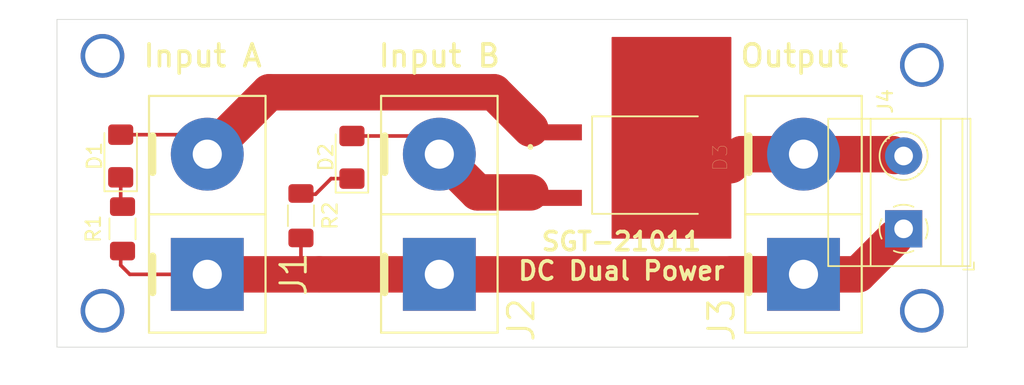
<source format=kicad_pcb>
(kicad_pcb (version 20171130) (host pcbnew 5.1.8-1.fc31)

  (general
    (thickness 1.6)
    (drawings 9)
    (tracks 30)
    (zones 0)
    (modules 13)
    (nets 7)
  )

  (page A4)
  (layers
    (0 F.Cu signal)
    (31 B.Cu signal)
    (32 B.Adhes user)
    (33 F.Adhes user)
    (34 B.Paste user)
    (35 F.Paste user)
    (36 B.SilkS user)
    (37 F.SilkS user)
    (38 B.Mask user)
    (39 F.Mask user)
    (40 Dwgs.User user)
    (41 Cmts.User user)
    (42 Eco1.User user)
    (43 Eco2.User user)
    (44 Edge.Cuts user)
    (45 Margin user)
    (46 B.CrtYd user)
    (47 F.CrtYd user)
    (48 B.Fab user)
    (49 F.Fab user)
  )

  (setup
    (last_trace_width 2.54)
    (user_trace_width 0.254)
    (user_trace_width 0.635)
    (user_trace_width 1.27)
    (user_trace_width 2.54)
    (trace_clearance 0.2032)
    (zone_clearance 0.508)
    (zone_45_only no)
    (trace_min 0.1524)
    (via_size 0.8128)
    (via_drill 0.4064)
    (via_min_size 0.381)
    (via_min_drill 0.3)
    (uvia_size 0.8128)
    (uvia_drill 0.4064)
    (uvias_allowed no)
    (uvia_min_size 0.2032)
    (uvia_min_drill 0.1)
    (edge_width 0.05)
    (segment_width 0.2032)
    (pcb_text_width 0.3)
    (pcb_text_size 1.5 1.5)
    (mod_edge_width 0.1524)
    (mod_text_size 1 1)
    (mod_text_width 0.15)
    (pad_size 5.08 5.08)
    (pad_drill 2.032)
    (pad_to_mask_clearance 0)
    (aux_axis_origin 0 0)
    (grid_origin 91.44 91.44)
    (visible_elements FFFFFF7F)
    (pcbplotparams
      (layerselection 0x010fc_ffffffff)
      (usegerberextensions false)
      (usegerberattributes true)
      (usegerberadvancedattributes true)
      (creategerberjobfile true)
      (excludeedgelayer true)
      (linewidth 0.152400)
      (plotframeref false)
      (viasonmask false)
      (mode 1)
      (useauxorigin false)
      (hpglpennumber 1)
      (hpglpenspeed 20)
      (hpglpendiameter 15.000000)
      (psnegative false)
      (psa4output false)
      (plotreference true)
      (plotvalue true)
      (plotinvisibletext false)
      (padsonsilk false)
      (subtractmaskfromsilk false)
      (outputformat 1)
      (mirror false)
      (drillshape 0)
      (scaleselection 1)
      (outputdirectory "gbr"))
  )

  (net 0 "")
  (net 1 "Net-(D1-Pad2)")
  (net 2 "Net-(D1-Pad1)")
  (net 3 "Net-(D2-Pad2)")
  (net 4 "Net-(D3-Pad4)")
  (net 5 "Net-(D2-Pad1)")
  (net 6 "Net-(J1-Pad1)")

  (net_class Default "This is the default net class."
    (clearance 0.2032)
    (trace_width 0.254)
    (via_dia 0.8128)
    (via_drill 0.4064)
    (uvia_dia 0.8128)
    (uvia_drill 0.4064)
    (diff_pair_width 0.254)
    (diff_pair_gap 0.254)
    (add_net "Net-(D1-Pad1)")
    (add_net "Net-(D1-Pad2)")
    (add_net "Net-(D2-Pad1)")
    (add_net "Net-(D2-Pad2)")
    (add_net "Net-(D3-Pad4)")
    (add_net "Net-(J1-Pad1)")
  )

  (module sgt-footprints4:anderson_powerpole_1x02_Vertical (layer F.Cu) (tedit 6024A592) (tstamp 601C346C)
    (at 101.924 86.36 180)
    (descr "Anderson Powerpole, 1x02, single row")
    (tags "Anderson Powerpole 1x02")
    (path /601D6B09)
    (fp_text reference J1 (at -6.026 0 90) (layer F.SilkS)
      (effects (font (size 1.778 1.778) (thickness 0.2032)))
    )
    (fp_text value Conn_01x02 (at 0 13.97) (layer F.Fab)
      (effects (font (size 1 1) (thickness 0.15)))
    )
    (fp_text user %R (at 0 3.81 90) (layer F.Fab)
      (effects (font (size 1 1) (thickness 0.15)))
    )
    (fp_line (start -4.064 4.191) (end 4.064 4.191) (layer F.SilkS) (width 0.1524))
    (fp_line (start 3.81 9.652) (end 3.81 7.112) (layer F.SilkS) (width 0.508))
    (fp_line (start 4.318 -4.318) (end -4.318 -4.318) (layer F.CrtYd) (width 0.05))
    (fp_line (start 4.318 12.7) (end 4.318 -4.318) (layer F.CrtYd) (width 0.05))
    (fp_line (start -4.318 12.7) (end 4.318 12.7) (layer F.CrtYd) (width 0.05))
    (fp_line (start -4.318 -4.318) (end -4.318 12.7) (layer F.CrtYd) (width 0.05))
    (fp_line (start 3.81 1.27) (end 3.81 -1.27) (layer F.SilkS) (width 0.508))
    (fp_line (start -4.064 -4.064) (end 4.064 -4.064) (layer F.SilkS) (width 0.1524))
    (fp_line (start 4.064 -4.064) (end 4.064 12.446) (layer F.SilkS) (width 0.1524))
    (fp_line (start -4.064 -4.064) (end -4.064 12.446) (layer F.SilkS) (width 0.1524))
    (fp_line (start -4.064 12.446) (end 4.064 12.446) (layer F.SilkS) (width 0.1524))
    (fp_line (start -3.81 12.192) (end -3.81 -3.81) (layer F.Fab) (width 0.127))
    (fp_line (start 3.81 12.192) (end -3.81 12.192) (layer F.Fab) (width 0.1016))
    (fp_line (start 3.81 -3.81) (end 3.81 12.192) (layer F.Fab) (width 0.1))
    (fp_line (start -3.81 -3.81) (end 3.81 -3.81) (layer F.Fab) (width 0.1016))
    (pad 2 thru_hole circle (at 0 8.382 180) (size 5.08 5.08) (drill 2.032) (layers *.Cu *.Mask)
      (net 1 "Net-(D1-Pad2)"))
    (pad 1 thru_hole rect (at 0 0 180) (size 5.08 5.08) (drill 2.032) (layers *.Cu *.Mask)
      (net 6 "Net-(J1-Pad1)"))
    (model ${KISYS3DMOD}/Connector_PinHeader_2.54mm.3dshapes/PinHeader_1x02_P2.54mm_Vertical.wrl
      (at (xyz 0 0 0))
      (scale (xyz 1 1 1))
      (rotate (xyz 0 0 0))
    )
  )

  (module sgt-footprints4:MountingHole-no2 (layer F.Cu) (tedit 602B226A) (tstamp 602B22FF)
    (at 94.615 88.9)
    (descr "Mounting Hole 2.2mm, no annular, M2")
    (tags "mounting hole 2.2mm no annular m2")
    (attr virtual)
    (fp_text reference REF** (at 0 -3.2) (layer F.SilkS) hide
      (effects (font (size 1 1) (thickness 0.15)))
    )
    (fp_text value MountingHole-no2 (at 0 3.2) (layer F.Fab)
      (effects (font (size 1 1) (thickness 0.15)))
    )
    (fp_text user %R (at 0 -3.048) (layer F.Fab)
      (effects (font (size 1 1) (thickness 0.15)))
    )
    (fp_circle (center 0 0) (end 2.159 0) (layer F.CrtYd) (width 0.05))
    (fp_circle (center 0 0) (end 2.2 0) (layer Cmts.User) (width 0.15))
    (pad "" np_thru_hole circle (at 0 0) (size 3.048 3.048) (drill 2.413) (layers *.Cu *.Mask))
  )

  (module sgt-footprints4:MountingHole-no2 (layer F.Cu) (tedit 602B226A) (tstamp 602B22E2)
    (at 94.615 71.12)
    (descr "Mounting Hole 2.2mm, no annular, M2")
    (tags "mounting hole 2.2mm no annular m2")
    (attr virtual)
    (fp_text reference REF** (at 0 -3.2) (layer F.SilkS) hide
      (effects (font (size 1 1) (thickness 0.15)))
    )
    (fp_text value MountingHole-no2 (at 0 3.2) (layer F.Fab)
      (effects (font (size 1 1) (thickness 0.15)))
    )
    (fp_text user %R (at 0 -3.048) (layer F.Fab)
      (effects (font (size 1 1) (thickness 0.15)))
    )
    (fp_circle (center 0 0) (end 2.159 0) (layer F.CrtYd) (width 0.05))
    (fp_circle (center 0 0) (end 2.2 0) (layer Cmts.User) (width 0.15))
    (pad "" np_thru_hole circle (at 0 0) (size 3.048 3.048) (drill 2.413) (layers *.Cu *.Mask))
  )

  (module sgt-footprints4:MountingHole-no2 (layer F.Cu) (tedit 602B226A) (tstamp 602B22C5)
    (at 151.765 71.755)
    (descr "Mounting Hole 2.2mm, no annular, M2")
    (tags "mounting hole 2.2mm no annular m2")
    (attr virtual)
    (fp_text reference REF** (at 0 -3.2) (layer F.SilkS) hide
      (effects (font (size 1 1) (thickness 0.15)))
    )
    (fp_text value MountingHole-no2 (at 0 3.2) (layer F.Fab)
      (effects (font (size 1 1) (thickness 0.15)))
    )
    (fp_text user %R (at 0 -3.048) (layer F.Fab)
      (effects (font (size 1 1) (thickness 0.15)))
    )
    (fp_circle (center 0 0) (end 2.159 0) (layer F.CrtYd) (width 0.05))
    (fp_circle (center 0 0) (end 2.2 0) (layer Cmts.User) (width 0.15))
    (pad "" np_thru_hole circle (at 0 0) (size 3.048 3.048) (drill 2.413) (layers *.Cu *.Mask))
  )

  (module sgt-footprints4:MountingHole-no2 (layer F.Cu) (tedit 602B226A) (tstamp 602B22A8)
    (at 151.765 88.9)
    (descr "Mounting Hole 2.2mm, no annular, M2")
    (tags "mounting hole 2.2mm no annular m2")
    (attr virtual)
    (fp_text reference REF** (at 0 -3.2) (layer F.SilkS) hide
      (effects (font (size 1 1) (thickness 0.15)))
    )
    (fp_text value MountingHole-no2 (at 0 3.2) (layer F.Fab)
      (effects (font (size 1 1) (thickness 0.15)))
    )
    (fp_text user %R (at 0 -3.048) (layer F.Fab)
      (effects (font (size 1 1) (thickness 0.15)))
    )
    (fp_circle (center 0 0) (end 2.159 0) (layer F.CrtYd) (width 0.05))
    (fp_circle (center 0 0) (end 2.2 0) (layer Cmts.User) (width 0.15))
    (pad "" np_thru_hole circle (at 0 0) (size 3.048 3.048) (drill 2.413) (layers *.Cu *.Mask))
  )

  (module TerminalBlock_Phoenix:TerminalBlock_Phoenix_MKDS-1,5-2-5.08_1x02_P5.08mm_Horizontal (layer F.Cu) (tedit 5B294EBC) (tstamp 602AFF3C)
    (at 150.495 83.185 90)
    (descr "Terminal Block Phoenix MKDS-1,5-2-5.08, 2 pins, pitch 5.08mm, size 10.2x9.8mm^2, drill diamater 1.3mm, pad diameter 2.6mm, see http://www.farnell.com/datasheets/100425.pdf, script-generated using https://github.com/pointhi/kicad-footprint-generator/scripts/TerminalBlock_Phoenix")
    (tags "THT Terminal Block Phoenix MKDS-1,5-2-5.08 pitch 5.08mm size 10.2x9.8mm^2 drill 1.3mm pad 2.6mm")
    (path /602C1793)
    (fp_text reference J4 (at 8.89 -1.27 90) (layer F.SilkS)
      (effects (font (size 1 1) (thickness 0.15)))
    )
    (fp_text value Conn_01x02 (at 2.54 5.66 90) (layer F.Fab)
      (effects (font (size 1 1) (thickness 0.15)))
    )
    (fp_text user %R (at 2.54 3.2 90) (layer F.Fab)
      (effects (font (size 1 1) (thickness 0.15)))
    )
    (fp_arc (start 0 0) (end -0.684 1.535) (angle -25) (layer F.SilkS) (width 0.12))
    (fp_arc (start 0 0) (end -1.535 -0.684) (angle -48) (layer F.SilkS) (width 0.12))
    (fp_arc (start 0 0) (end 0.684 -1.535) (angle -48) (layer F.SilkS) (width 0.12))
    (fp_arc (start 0 0) (end 1.535 0.684) (angle -48) (layer F.SilkS) (width 0.12))
    (fp_arc (start 0 0) (end 0 1.68) (angle -24) (layer F.SilkS) (width 0.12))
    (fp_circle (center 0 0) (end 1.5 0) (layer F.Fab) (width 0.1))
    (fp_circle (center 5.08 0) (end 6.58 0) (layer F.Fab) (width 0.1))
    (fp_circle (center 5.08 0) (end 6.76 0) (layer F.SilkS) (width 0.12))
    (fp_line (start -2.54 -5.2) (end 7.62 -5.2) (layer F.Fab) (width 0.1))
    (fp_line (start 7.62 -5.2) (end 7.62 4.6) (layer F.Fab) (width 0.1))
    (fp_line (start 7.62 4.6) (end -2.04 4.6) (layer F.Fab) (width 0.1))
    (fp_line (start -2.04 4.6) (end -2.54 4.1) (layer F.Fab) (width 0.1))
    (fp_line (start -2.54 4.1) (end -2.54 -5.2) (layer F.Fab) (width 0.1))
    (fp_line (start -2.54 4.1) (end 7.62 4.1) (layer F.Fab) (width 0.1))
    (fp_line (start -2.6 4.1) (end 7.68 4.1) (layer F.SilkS) (width 0.12))
    (fp_line (start -2.54 2.6) (end 7.62 2.6) (layer F.Fab) (width 0.1))
    (fp_line (start -2.6 2.6) (end 7.68 2.6) (layer F.SilkS) (width 0.12))
    (fp_line (start -2.54 -2.3) (end 7.62 -2.3) (layer F.Fab) (width 0.1))
    (fp_line (start -2.6 -2.301) (end 7.68 -2.301) (layer F.SilkS) (width 0.12))
    (fp_line (start -2.6 -5.261) (end 7.68 -5.261) (layer F.SilkS) (width 0.12))
    (fp_line (start -2.6 4.66) (end 7.68 4.66) (layer F.SilkS) (width 0.12))
    (fp_line (start -2.6 -5.261) (end -2.6 4.66) (layer F.SilkS) (width 0.12))
    (fp_line (start 7.68 -5.261) (end 7.68 4.66) (layer F.SilkS) (width 0.12))
    (fp_line (start 1.138 -0.955) (end -0.955 1.138) (layer F.Fab) (width 0.1))
    (fp_line (start 0.955 -1.138) (end -1.138 0.955) (layer F.Fab) (width 0.1))
    (fp_line (start 6.218 -0.955) (end 4.126 1.138) (layer F.Fab) (width 0.1))
    (fp_line (start 6.035 -1.138) (end 3.943 0.955) (layer F.Fab) (width 0.1))
    (fp_line (start 6.355 -1.069) (end 6.308 -1.023) (layer F.SilkS) (width 0.12))
    (fp_line (start 4.046 1.239) (end 4.011 1.274) (layer F.SilkS) (width 0.12))
    (fp_line (start 6.15 -1.275) (end 6.115 -1.239) (layer F.SilkS) (width 0.12))
    (fp_line (start 3.853 1.023) (end 3.806 1.069) (layer F.SilkS) (width 0.12))
    (fp_line (start -2.84 4.16) (end -2.84 4.9) (layer F.SilkS) (width 0.12))
    (fp_line (start -2.84 4.9) (end -2.34 4.9) (layer F.SilkS) (width 0.12))
    (fp_line (start -3.04 -5.71) (end -3.04 5.1) (layer F.CrtYd) (width 0.05))
    (fp_line (start -3.04 5.1) (end 8.13 5.1) (layer F.CrtYd) (width 0.05))
    (fp_line (start 8.13 5.1) (end 8.13 -5.71) (layer F.CrtYd) (width 0.05))
    (fp_line (start 8.13 -5.71) (end -3.04 -5.71) (layer F.CrtYd) (width 0.05))
    (pad 2 thru_hole circle (at 5.08 0 90) (size 2.6 2.6) (drill 1.3) (layers *.Cu *.Mask)
      (net 4 "Net-(D3-Pad4)"))
    (pad 1 thru_hole rect (at 0 0 90) (size 2.6 2.6) (drill 1.3) (layers *.Cu *.Mask)
      (net 6 "Net-(J1-Pad1)"))
    (model ${KISYS3DMOD}/TerminalBlock_Phoenix.3dshapes/TerminalBlock_Phoenix_MKDS-1,5-2-5.08_1x02_P5.08mm_Horizontal.wrl
      (at (xyz 0 0 0))
      (scale (xyz 1 1 1))
      (rotate (xyz 0 0 0))
    )
  )

  (module sgt-footprints4:DPAK-handsolder (layer F.Cu) (tedit 6024A8B2) (tstamp 601D2368)
    (at 130.81 78.74 270)
    (path /601B700C)
    (fp_text reference D3 (at -0.525955 -6.893605 90) (layer F.SilkS)
      (effects (font (size 1.001835 1.001835) (thickness 0.015)))
    )
    (fp_text value dual-schottky-diode (at 7.4423 7.13075 90) (layer F.Fab)
      (effects (font (size 1.001654 1.001654) (thickness 0.015)))
    )
    (fp_circle (center -1.27 6.35) (end -1.17 6.35) (layer F.SilkS) (width 0.2))
    (fp_line (start 3.65 -7.62) (end -3.65 -7.62) (layer F.CrtYd) (width 0.05))
    (fp_line (start -3.65 -7.62) (end -3.65 7.366) (layer F.CrtYd) (width 0.05))
    (fp_line (start -3.4 -5.334) (end -3.4 2.044) (layer F.SilkS) (width 0.127))
    (fp_line (start 3.4 -5.334) (end 3.4 2.044) (layer F.SilkS) (width 0.127))
    (fp_line (start 3.4 2.044) (end -3.4 2.044) (layer F.SilkS) (width 0.127))
    (fp_line (start 3.4 2.044) (end -3.4 2.044) (layer F.Fab) (width 0.127))
    (fp_line (start -3.4 2.044) (end -3.4 -7.62) (layer F.Fab) (width 0.127))
    (fp_line (start -3.302 -7.62) (end 3.302 -7.62) (layer F.Fab) (width 0.127))
    (fp_line (start 3.4 2.044) (end 3.4 -7.62) (layer F.Fab) (width 0.127))
    (fp_poly (pts (xy -2.27 -5.23) (xy -0.55 -5.23) (xy -0.55 -3.87) (xy -2.27 -3.87)) (layer F.Paste) (width 0.01))
    (fp_poly (pts (xy -2.27 -3.12) (xy -0.55 -3.12) (xy -0.55 -1.76) (xy -2.27 -1.76)) (layer F.Paste) (width 0.01))
    (fp_poly (pts (xy -2.27 -1.01) (xy -0.55 -1.01) (xy -0.55 0.35) (xy -2.27 0.35)) (layer F.Paste) (width 0.01))
    (fp_poly (pts (xy 0.55 -5.23) (xy 2.27 -5.23) (xy 2.27 -3.87) (xy 0.55 -3.87)) (layer F.Paste) (width 0.01))
    (fp_poly (pts (xy 0.55 -3.12) (xy 2.27 -3.12) (xy 2.27 -1.76) (xy 0.55 -1.76)) (layer F.Paste) (width 0.01))
    (fp_poly (pts (xy 0.55 -1.01) (xy 2.27 -1.01) (xy 2.27 0.35) (xy 0.55 0.35)) (layer F.Paste) (width 0.01))
    (fp_line (start -3.65 7.366) (end 3.65 7.366) (layer F.CrtYd) (width 0.05))
    (fp_line (start 3.65 7.366) (end 3.65 -7.62) (layer F.CrtYd) (width 0.05))
    (fp_circle (center -1.27 6.35) (end -1.17 6.35) (layer F.Fab) (width 0.2))
    (pad 4 smd rect (at 0 -3.556 270) (size 6.604 8.001) (layers F.Cu F.Mask)
      (net 4 "Net-(D3-Pad4)"))
    (pad 3 smd rect (at 2.286 4.953 270) (size 1.1176 4.3942) (layers F.Cu F.Paste F.Mask)
      (net 3 "Net-(D2-Pad2)"))
    (pad 1 smd rect (at -2.286 4.953 270) (size 1.1176 4.3942) (layers F.Cu F.Paste F.Mask)
      (net 1 "Net-(D1-Pad2)"))
  )

  (module sgt-footprints4:anderson_powerpole_1x02_Vertical (layer F.Cu) (tedit 6024A592) (tstamp 601C3E17)
    (at 118.11 86.36 180)
    (descr "Anderson Powerpole, 1x02, single row")
    (tags "Anderson Powerpole 1x02")
    (path /601D8FB0)
    (fp_text reference J2 (at -5.715 -3.175 90) (layer F.SilkS)
      (effects (font (size 1.778 1.778) (thickness 0.2032)))
    )
    (fp_text value Conn_01x02 (at 0 13.97) (layer F.Fab)
      (effects (font (size 1 1) (thickness 0.15)))
    )
    (fp_text user %R (at 0 3.81 90) (layer F.Fab)
      (effects (font (size 1 1) (thickness 0.15)))
    )
    (fp_line (start -4.064 4.191) (end 4.064 4.191) (layer F.SilkS) (width 0.1524))
    (fp_line (start 3.81 9.652) (end 3.81 7.112) (layer F.SilkS) (width 0.508))
    (fp_line (start 4.318 -4.318) (end -4.318 -4.318) (layer F.CrtYd) (width 0.05))
    (fp_line (start 4.318 12.7) (end 4.318 -4.318) (layer F.CrtYd) (width 0.05))
    (fp_line (start -4.318 12.7) (end 4.318 12.7) (layer F.CrtYd) (width 0.05))
    (fp_line (start -4.318 -4.318) (end -4.318 12.7) (layer F.CrtYd) (width 0.05))
    (fp_line (start 3.81 1.27) (end 3.81 -1.27) (layer F.SilkS) (width 0.508))
    (fp_line (start -4.064 -4.064) (end 4.064 -4.064) (layer F.SilkS) (width 0.1524))
    (fp_line (start 4.064 -4.064) (end 4.064 12.446) (layer F.SilkS) (width 0.1524))
    (fp_line (start -4.064 -4.064) (end -4.064 12.446) (layer F.SilkS) (width 0.1524))
    (fp_line (start -4.064 12.446) (end 4.064 12.446) (layer F.SilkS) (width 0.1524))
    (fp_line (start -3.81 12.192) (end -3.81 -3.81) (layer F.Fab) (width 0.127))
    (fp_line (start 3.81 12.192) (end -3.81 12.192) (layer F.Fab) (width 0.1016))
    (fp_line (start 3.81 -3.81) (end 3.81 12.192) (layer F.Fab) (width 0.1))
    (fp_line (start -3.81 -3.81) (end 3.81 -3.81) (layer F.Fab) (width 0.1016))
    (pad 2 thru_hole circle (at 0 8.382 180) (size 5.08 5.08) (drill 2.032) (layers *.Cu *.Mask)
      (net 3 "Net-(D2-Pad2)"))
    (pad 1 thru_hole rect (at 0 0 180) (size 5.08 5.08) (drill 2.032) (layers *.Cu *.Mask)
      (net 6 "Net-(J1-Pad1)"))
    (model ${KISYS3DMOD}/Connector_PinHeader_2.54mm.3dshapes/PinHeader_1x02_P2.54mm_Vertical.wrl
      (at (xyz 0 0 0))
      (scale (xyz 1 1 1))
      (rotate (xyz 0 0 0))
    )
  )

  (module sgt-footprints4:anderson_powerpole_1x02_Vertical (layer F.Cu) (tedit 6024A592) (tstamp 601C349A)
    (at 143.51 86.36 180)
    (descr "Anderson Powerpole, 1x02, single row")
    (tags "Anderson Powerpole 1x02")
    (path /601793CA)
    (fp_text reference J3 (at 5.715 -3.175 90) (layer F.SilkS)
      (effects (font (size 1.778 1.778) (thickness 0.2032)))
    )
    (fp_text value Conn_01x02 (at 0 13.97) (layer F.Fab)
      (effects (font (size 1 1) (thickness 0.15)))
    )
    (fp_text user %R (at 0 -1.016 90) (layer F.Fab)
      (effects (font (size 1 1) (thickness 0.15)))
    )
    (fp_line (start -4.064 4.191) (end 4.064 4.191) (layer F.SilkS) (width 0.1524))
    (fp_line (start 3.81 9.652) (end 3.81 7.112) (layer F.SilkS) (width 0.508))
    (fp_line (start 4.318 -4.318) (end -4.318 -4.318) (layer F.CrtYd) (width 0.05))
    (fp_line (start 4.318 12.7) (end 4.318 -4.318) (layer F.CrtYd) (width 0.05))
    (fp_line (start -4.318 12.7) (end 4.318 12.7) (layer F.CrtYd) (width 0.05))
    (fp_line (start -4.318 -4.318) (end -4.318 12.7) (layer F.CrtYd) (width 0.05))
    (fp_line (start 3.81 1.27) (end 3.81 -1.27) (layer F.SilkS) (width 0.508))
    (fp_line (start -4.064 -4.064) (end 4.064 -4.064) (layer F.SilkS) (width 0.1524))
    (fp_line (start 4.064 -4.064) (end 4.064 12.446) (layer F.SilkS) (width 0.1524))
    (fp_line (start -4.064 -4.064) (end -4.064 12.446) (layer F.SilkS) (width 0.1524))
    (fp_line (start -4.064 12.446) (end 4.064 12.446) (layer F.SilkS) (width 0.1524))
    (fp_line (start -3.81 12.192) (end -3.81 -3.81) (layer F.Fab) (width 0.127))
    (fp_line (start 3.81 12.192) (end -3.81 12.192) (layer F.Fab) (width 0.1016))
    (fp_line (start 3.81 -3.81) (end 3.81 12.192) (layer F.Fab) (width 0.1))
    (fp_line (start -3.81 -3.81) (end 3.81 -3.81) (layer F.Fab) (width 0.1016))
    (pad 2 thru_hole circle (at 0 8.382 180) (size 5.08 5.08) (drill 2.032) (layers *.Cu *.Mask)
      (net 4 "Net-(D3-Pad4)"))
    (pad 1 thru_hole rect (at 0 0 180) (size 5.08 5.08) (drill 2.032) (layers *.Cu *.Mask)
      (net 6 "Net-(J1-Pad1)"))
    (model ${KISYS3DMOD}/Connector_PinHeader_2.54mm.3dshapes/PinHeader_1x02_P2.54mm_Vertical.wrl
      (at (xyz 0 0 0))
      (scale (xyz 1 1 1))
      (rotate (xyz 0 0 0))
    )
  )

  (module Resistor_SMD:R_1206_3216Metric_Pad1.30x1.75mm_HandSolder (layer F.Cu) (tedit 5F68FEEE) (tstamp 601C34BC)
    (at 108.458 82.27 270)
    (descr "Resistor SMD 1206 (3216 Metric), square (rectangular) end terminal, IPC_7351 nominal with elongated pad for handsoldering. (Body size source: IPC-SM-782 page 72, https://www.pcb-3d.com/wordpress/wp-content/uploads/ipc-sm-782a_amendment_1_and_2.pdf), generated with kicad-footprint-generator")
    (tags "resistor handsolder")
    (path /601BA505)
    (attr smd)
    (fp_text reference R2 (at 0 -2.032 90) (layer F.SilkS)
      (effects (font (size 1 1) (thickness 0.15)))
    )
    (fp_text value R_US (at 0 1.82 90) (layer F.Fab)
      (effects (font (size 1 1) (thickness 0.15)))
    )
    (fp_line (start 2.45 1.12) (end -2.45 1.12) (layer F.CrtYd) (width 0.05))
    (fp_line (start 2.45 -1.12) (end 2.45 1.12) (layer F.CrtYd) (width 0.05))
    (fp_line (start -2.45 -1.12) (end 2.45 -1.12) (layer F.CrtYd) (width 0.05))
    (fp_line (start -2.45 1.12) (end -2.45 -1.12) (layer F.CrtYd) (width 0.05))
    (fp_line (start -0.727064 0.91) (end 0.727064 0.91) (layer F.SilkS) (width 0.12))
    (fp_line (start -0.727064 -0.91) (end 0.727064 -0.91) (layer F.SilkS) (width 0.12))
    (fp_line (start 1.6 0.8) (end -1.6 0.8) (layer F.Fab) (width 0.1))
    (fp_line (start 1.6 -0.8) (end 1.6 0.8) (layer F.Fab) (width 0.1))
    (fp_line (start -1.6 -0.8) (end 1.6 -0.8) (layer F.Fab) (width 0.1))
    (fp_line (start -1.6 0.8) (end -1.6 -0.8) (layer F.Fab) (width 0.1))
    (fp_text user %R (at 0 0 90) (layer F.Fab)
      (effects (font (size 0.8 0.8) (thickness 0.12)))
    )
    (pad 2 smd roundrect (at 1.55 0 270) (size 1.3 1.75) (layers F.Cu F.Paste F.Mask) (roundrect_rratio 0.1923076923076923)
      (net 6 "Net-(J1-Pad1)"))
    (pad 1 smd roundrect (at -1.55 0 270) (size 1.3 1.75) (layers F.Cu F.Paste F.Mask) (roundrect_rratio 0.1923076923076923)
      (net 5 "Net-(D2-Pad1)"))
    (model ${KISYS3DMOD}/Resistor_SMD.3dshapes/R_1206_3216Metric.wrl
      (at (xyz 0 0 0))
      (scale (xyz 1 1 1))
      (rotate (xyz 0 0 0))
    )
  )

  (module Resistor_SMD:R_1206_3216Metric_Pad1.30x1.75mm_HandSolder (layer F.Cu) (tedit 5F68FEEE) (tstamp 601C34AB)
    (at 96.012 83.185 270)
    (descr "Resistor SMD 1206 (3216 Metric), square (rectangular) end terminal, IPC_7351 nominal with elongated pad for handsoldering. (Body size source: IPC-SM-782 page 72, https://www.pcb-3d.com/wordpress/wp-content/uploads/ipc-sm-782a_amendment_1_and_2.pdf), generated with kicad-footprint-generator")
    (tags "resistor handsolder")
    (path /601B8DD8)
    (attr smd)
    (fp_text reference R1 (at 0 2.032 90) (layer F.SilkS)
      (effects (font (size 1 1) (thickness 0.15)))
    )
    (fp_text value R_US (at 0 1.82 90) (layer F.Fab)
      (effects (font (size 1 1) (thickness 0.15)))
    )
    (fp_line (start 2.45 1.12) (end -2.45 1.12) (layer F.CrtYd) (width 0.05))
    (fp_line (start 2.45 -1.12) (end 2.45 1.12) (layer F.CrtYd) (width 0.05))
    (fp_line (start -2.45 -1.12) (end 2.45 -1.12) (layer F.CrtYd) (width 0.05))
    (fp_line (start -2.45 1.12) (end -2.45 -1.12) (layer F.CrtYd) (width 0.05))
    (fp_line (start -0.727064 0.91) (end 0.727064 0.91) (layer F.SilkS) (width 0.12))
    (fp_line (start -0.727064 -0.91) (end 0.727064 -0.91) (layer F.SilkS) (width 0.12))
    (fp_line (start 1.6 0.8) (end -1.6 0.8) (layer F.Fab) (width 0.1))
    (fp_line (start 1.6 -0.8) (end 1.6 0.8) (layer F.Fab) (width 0.1))
    (fp_line (start -1.6 -0.8) (end 1.6 -0.8) (layer F.Fab) (width 0.1))
    (fp_line (start -1.6 0.8) (end -1.6 -0.8) (layer F.Fab) (width 0.1))
    (fp_text user %R (at 0.127 0 90) (layer F.Fab)
      (effects (font (size 0.8 0.8) (thickness 0.12)))
    )
    (pad 2 smd roundrect (at 1.55 0 270) (size 1.3 1.75) (layers F.Cu F.Paste F.Mask) (roundrect_rratio 0.1923076923076923)
      (net 6 "Net-(J1-Pad1)"))
    (pad 1 smd roundrect (at -1.55 0 270) (size 1.3 1.75) (layers F.Cu F.Paste F.Mask) (roundrect_rratio 0.1923076923076923)
      (net 2 "Net-(D1-Pad1)"))
    (model ${KISYS3DMOD}/Resistor_SMD.3dshapes/R_1206_3216Metric.wrl
      (at (xyz 0 0 0))
      (scale (xyz 1 1 1))
      (rotate (xyz 0 0 0))
    )
  )

  (module Diode_SMD:D_1206_3216Metric_Pad1.42x1.75mm_HandSolder (layer F.Cu) (tedit 5F68FEF0) (tstamp 601C3455)
    (at 112.014 78.1955 90)
    (descr "Diode SMD 1206 (3216 Metric), square (rectangular) end terminal, IPC_7351 nominal, (Body size source: http://www.tortai-tech.com/upload/download/2011102023233369053.pdf), generated with kicad-footprint-generator")
    (tags "diode handsolder")
    (path /601C867E)
    (attr smd)
    (fp_text reference D2 (at 0 -1.82 90) (layer F.SilkS)
      (effects (font (size 1 1) (thickness 0.15)))
    )
    (fp_text value LED (at 0 1.82 90) (layer F.Fab)
      (effects (font (size 1 1) (thickness 0.15)))
    )
    (fp_line (start 2.45 1.12) (end -2.45 1.12) (layer F.CrtYd) (width 0.05))
    (fp_line (start 2.45 -1.12) (end 2.45 1.12) (layer F.CrtYd) (width 0.05))
    (fp_line (start -2.45 -1.12) (end 2.45 -1.12) (layer F.CrtYd) (width 0.05))
    (fp_line (start -2.45 1.12) (end -2.45 -1.12) (layer F.CrtYd) (width 0.05))
    (fp_line (start -2.46 1.135) (end 1.6 1.135) (layer F.SilkS) (width 0.12))
    (fp_line (start -2.46 -1.135) (end -2.46 1.135) (layer F.SilkS) (width 0.12))
    (fp_line (start 1.6 -1.135) (end -2.46 -1.135) (layer F.SilkS) (width 0.12))
    (fp_line (start 1.6 0.8) (end 1.6 -0.8) (layer F.Fab) (width 0.1))
    (fp_line (start -1.6 0.8) (end 1.6 0.8) (layer F.Fab) (width 0.1))
    (fp_line (start -1.6 -0.4) (end -1.6 0.8) (layer F.Fab) (width 0.1))
    (fp_line (start -1.2 -0.8) (end -1.6 -0.4) (layer F.Fab) (width 0.1))
    (fp_line (start 1.6 -0.8) (end -1.2 -0.8) (layer F.Fab) (width 0.1))
    (pad 2 smd roundrect (at 1.4875 0 90) (size 1.425 1.75) (layers F.Cu F.Paste F.Mask) (roundrect_rratio 0.1754385964912281)
      (net 3 "Net-(D2-Pad2)"))
    (pad 1 smd roundrect (at -1.4875 0 90) (size 1.425 1.75) (layers F.Cu F.Paste F.Mask) (roundrect_rratio 0.1754385964912281)
      (net 5 "Net-(D2-Pad1)"))
    (model ${KISYS3DMOD}/Diode_SMD.3dshapes/D_1206_3216Metric.wrl
      (at (xyz 0 0 0))
      (scale (xyz 1 1 1))
      (rotate (xyz 0 0 0))
    )
  )

  (module Diode_SMD:D_1206_3216Metric_Pad1.42x1.75mm_HandSolder (layer F.Cu) (tedit 5F68FEF0) (tstamp 602B02AD)
    (at 95.885 78.105 90)
    (descr "Diode SMD 1206 (3216 Metric), square (rectangular) end terminal, IPC_7351 nominal, (Body size source: http://www.tortai-tech.com/upload/download/2011102023233369053.pdf), generated with kicad-footprint-generator")
    (tags "diode handsolder")
    (path /601CA3B5)
    (attr smd)
    (fp_text reference D1 (at 0 -1.82 90) (layer F.SilkS)
      (effects (font (size 1 1) (thickness 0.15)))
    )
    (fp_text value LED (at 0 1.82 90) (layer F.Fab)
      (effects (font (size 1 1) (thickness 0.15)))
    )
    (fp_line (start 2.45 1.12) (end -2.45 1.12) (layer F.CrtYd) (width 0.05))
    (fp_line (start 2.45 -1.12) (end 2.45 1.12) (layer F.CrtYd) (width 0.05))
    (fp_line (start -2.45 -1.12) (end 2.45 -1.12) (layer F.CrtYd) (width 0.05))
    (fp_line (start -2.45 1.12) (end -2.45 -1.12) (layer F.CrtYd) (width 0.05))
    (fp_line (start -2.46 1.135) (end 1.6 1.135) (layer F.SilkS) (width 0.12))
    (fp_line (start -2.46 -1.135) (end -2.46 1.135) (layer F.SilkS) (width 0.12))
    (fp_line (start 1.6 -1.135) (end -2.46 -1.135) (layer F.SilkS) (width 0.12))
    (fp_line (start 1.6 0.8) (end 1.6 -0.8) (layer F.Fab) (width 0.1))
    (fp_line (start -1.6 0.8) (end 1.6 0.8) (layer F.Fab) (width 0.1))
    (fp_line (start -1.6 -0.4) (end -1.6 0.8) (layer F.Fab) (width 0.1))
    (fp_line (start -1.2 -0.8) (end -1.6 -0.4) (layer F.Fab) (width 0.1))
    (fp_line (start 1.6 -0.8) (end -1.2 -0.8) (layer F.Fab) (width 0.1))
    (fp_text user %R (at 0 0 90) (layer F.Fab)
      (effects (font (size 0.8 0.8) (thickness 0.12)))
    )
    (pad 2 smd roundrect (at 1.4875 0 90) (size 1.425 1.75) (layers F.Cu F.Paste F.Mask) (roundrect_rratio 0.1754385964912281)
      (net 1 "Net-(D1-Pad2)"))
    (pad 1 smd roundrect (at -1.4875 0 90) (size 1.425 1.75) (layers F.Cu F.Paste F.Mask) (roundrect_rratio 0.1754385964912281)
      (net 2 "Net-(D1-Pad1)"))
    (model ${KISYS3DMOD}/Diode_SMD.3dshapes/D_1206_3216Metric.wrl
      (at (xyz 0 0 0))
      (scale (xyz 1 1 1))
      (rotate (xyz 0 0 0))
    )
  )

  (gr_poly (pts (xy 138.43 83.82) (xy 130.175 83.82) (xy 130.175 69.85) (xy 138.43 69.85)) (layer F.Cu) (width 0.1))
  (gr_text "Output\n" (at 142.875 71.12) (layer F.SilkS) (tstamp 602B2A43)
    (effects (font (size 1.524 1.524) (thickness 0.254)))
  )
  (gr_text "Input B" (at 118.11 71.12) (layer F.SilkS) (tstamp 602B2A3F)
    (effects (font (size 1.524 1.524) (thickness 0.254)))
  )
  (gr_text "Input A" (at 101.6 71.12) (layer F.SilkS)
    (effects (font (size 1.524 1.524) (thickness 0.254)))
  )
  (gr_text "SGT-21011\nDC Dual Power" (at 130.81 85.09) (layer F.SilkS)
    (effects (font (size 1.27 1.27) (thickness 0.254)))
  )
  (gr_line (start 154.94 68.58) (end 154.94 91.44) (layer Edge.Cuts) (width 0.05) (tstamp 601D2726))
  (gr_line (start 91.44 68.58) (end 154.94 68.58) (layer Edge.Cuts) (width 0.05))
  (gr_line (start 91.44 91.44) (end 91.44 68.58) (layer Edge.Cuts) (width 0.05) (tstamp 602B268D))
  (gr_line (start 154.94 91.44) (end 91.44 91.44) (layer Edge.Cuts) (width 0.05))

  (segment (start 114.3 86.36) (end 119.38 86.36) (width 2.54) (layer F.Cu) (net 6) (status 20))
  (segment (start 118.11 86.36) (end 143.51 86.36) (width 2.54) (layer F.Cu) (net 6) (status 30))
  (segment (start 138.43 86.36) (end 143.51 86.36) (width 2.54) (layer F.Cu) (net 6) (status 20))
  (segment (start 121.92 73.66) (end 124.46 76.2) (width 2.54) (layer F.Cu) (net 1) (status 20))
  (segment (start 101.924 77.978) (end 106.242 73.66) (width 2.54) (layer F.Cu) (net 1) (status 10))
  (segment (start 95.885 76.6175) (end 100.4935 76.6175) (width 0.254) (layer F.Cu) (net 1))
  (segment (start 100.4935 76.6175) (end 101.6 77.724) (width 0.254) (layer F.Cu) (net 1))
  (segment (start 106.242 73.66) (end 121.92 73.66) (width 2.54) (layer F.Cu) (net 1))
  (segment (start 95.885 79.5925) (end 95.885 81.661) (width 0.254) (layer F.Cu) (net 2))
  (segment (start 95.885 81.661) (end 96.012 81.788) (width 0.254) (layer F.Cu) (net 2))
  (segment (start 112.014 76.708) (end 116.713 76.708) (width 0.254) (layer F.Cu) (net 3))
  (segment (start 118.11 78.105) (end 117.475 78.105) (width 2.54) (layer F.Cu) (net 3))
  (segment (start 118.11 77.978) (end 120.777 80.645) (width 2.54) (layer F.Cu) (net 3))
  (segment (start 120.777 80.645) (end 124.46 80.645) (width 2.54) (layer F.Cu) (net 3))
  (segment (start 133.25 78.74) (end 138.43 78.74) (width 2.54) (layer F.Cu) (net 4) (status 10))
  (segment (start 143.51 77.978) (end 139.192 77.978) (width 2.54) (layer F.Cu) (net 4) (status 10))
  (segment (start 139.192 77.978) (end 138.43 78.74) (width 2.54) (layer F.Cu) (net 4))
  (segment (start 143.51 77.978) (end 149.733 77.978) (width 2.54) (layer F.Cu) (net 4))
  (segment (start 149.733 77.978) (end 149.86 78.105) (width 2.54) (layer F.Cu) (net 4))
  (segment (start 112.014 79.683) (end 110.563 79.683) (width 0.254) (layer F.Cu) (net 5))
  (segment (start 110.563 79.683) (end 109.474 80.772) (width 0.254) (layer F.Cu) (net 5))
  (segment (start 109.474 80.772) (end 108.458 80.772) (width 0.254) (layer F.Cu) (net 5))
  (segment (start 149.86 83.82) (end 147.32 86.36) (width 2.54) (layer F.Cu) (net 6) (status 10))
  (segment (start 101.924 86.36) (end 109.728 86.36) (width 2.54) (layer F.Cu) (net 6))
  (segment (start 108.458 83.82) (end 108.458 86.36) (width 0.254) (layer F.Cu) (net 6))
  (segment (start 109.728 86.36) (end 114.3 86.36) (width 2.54) (layer F.Cu) (net 6))
  (segment (start 147.32 86.36) (end 143.51 86.36) (width 2.54) (layer F.Cu) (net 6))
  (segment (start 101.924 86.36) (end 96.52 86.36) (width 0.254) (layer F.Cu) (net 6))
  (segment (start 96.52 86.36) (end 95.885 85.725) (width 0.254) (layer F.Cu) (net 6))
  (segment (start 95.885 85.725) (end 95.885 85.09) (width 0.254) (layer F.Cu) (net 6))

)

</source>
